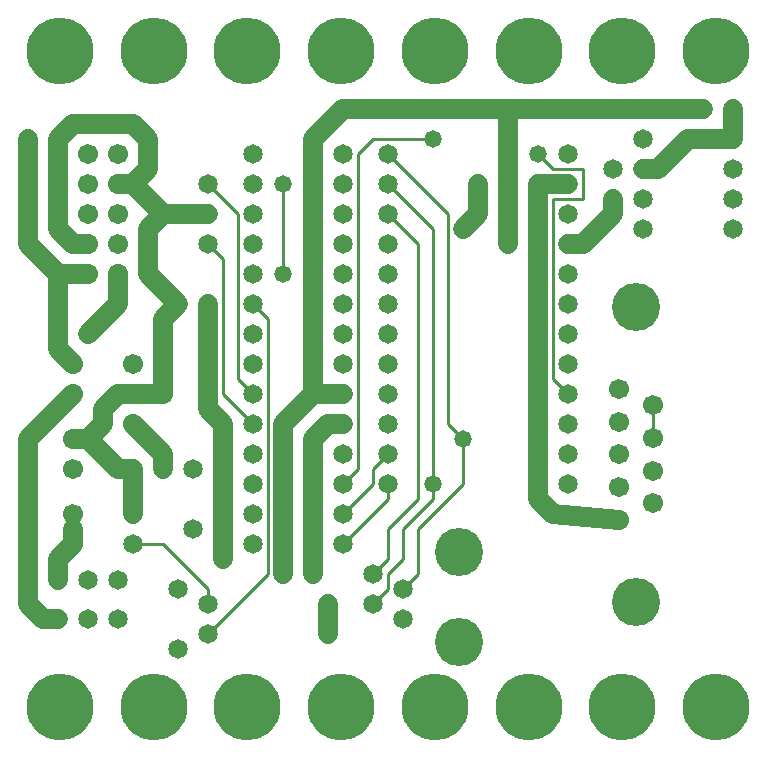
<source format=gtl>
%MOIN*%
%FSLAX25Y25*%
G04 D10 used for Character Trace; *
G04     Circle (OD=.01000) (No hole)*
G04 D11 used for Power Trace; *
G04     Circle (OD=.06500) (No hole)*
G04 D12 used for Signal Trace; *
G04     Circle (OD=.01100) (No hole)*
G04 D13 used for Via; *
G04     Circle (OD=.05800) (Round. Hole ID=.02800)*
G04 D14 used for Component hole; *
G04     Circle (OD=.06500) (Round. Hole ID=.03500)*
G04 D15 used for Component hole; *
G04     Circle (OD=.06700) (Round. Hole ID=.04300)*
G04 D16 used for Component hole; *
G04     Circle (OD=.08100) (Round. Hole ID=.05100)*
G04 D17 used for Component hole; *
G04     Circle (OD=.08900) (Round. Hole ID=.05900)*
G04 D18 used for Component hole; *
G04     Circle (OD=.11300) (Round. Hole ID=.08300)*
G04 D19 used for Component hole; *
G04     Circle (OD=.16000) (Round. Hole ID=.13000)*
G04 D20 used for Component hole; *
G04     Circle (OD=.18300) (Round. Hole ID=.15300)*
G04 D21 used for Component hole; *
G04     Circle (OD=.22291) (Round. Hole ID=.19291)*
%ADD10C,.01000*%
%ADD11C,.06500*%
%ADD12C,.01100*%
%ADD13C,.05800*%
%ADD14C,.06500*%
%ADD15C,.06700*%
%ADD16C,.08100*%
%ADD17C,.08900*%
%ADD18C,.11300*%
%ADD19C,.16000*%
%ADD20C,.18300*%
%ADD21C,.22291*%
%IPPOS*%
%LPD*%
G90*X0Y0D02*D21*X15625Y15625D03*D14*              
X35000Y45000D03*X25000D03*X15000D03*D11*X10000D01*
X5000Y50000D01*Y105000D01*X20000Y120000D01*D15*   
D03*D11*X25000Y105000D02*X30000Y110000D01*        
X35000Y95000D02*X25000Y105000D01*X35000Y95000D02* 
X40000D01*D14*D03*D11*Y80000D01*D14*D03*D12*      
X65000Y55000D02*X50000Y70000D01*X65000Y50000D02*  
Y55000D01*D14*Y50000D03*X55000Y55000D03*          
X65000Y40000D03*D12*X85000Y60000D01*Y145000D01*   
X80000Y150000D01*D14*D03*D13*X90000Y160000D03*D12*
Y190000D01*D13*D03*D14*X80000Y200000D03*          
Y180000D03*Y190000D03*D11*X100000Y120000D02*      
Y205000D01*X90000Y110000D02*X100000Y120000D01*    
X90000Y60000D02*Y110000D01*D14*Y60000D03*         
X80000Y70000D03*X100000Y60000D03*D11*Y105000D01*  
X105000Y110000D01*X110000D01*D14*D03*D11*         
X100000Y120000D02*X110000D01*D14*D03*Y130000D03*  
X125000Y110000D03*Y120000D03*Y130000D03*          
Y140000D03*X110000D03*Y100000D03*X125000D03*D12*  
X120000Y95000D01*Y90000D01*X110000Y80000D01*D14*  
D03*Y90000D03*D12*X115000Y95000D01*Y200000D01*    
X120000Y205000D01*X140000D01*D13*D03*             
X155000Y190000D03*D11*Y180000D01*                 
X150000Y175000D01*D13*D03*D12*X145000Y110000D02*  
Y180000D01*X150000Y105000D02*X145000Y110000D01*   
D13*X150000Y105000D03*D12*Y90000D01*              
X135000Y75000D01*Y60000D01*X130000Y55000D01*D14*  
D03*D12*X125000D02*Y60000D01*X120000Y50000D02*    
X125000Y55000D01*D14*X120000Y50000D03*            
X130000Y45000D03*D12*X125000Y60000D02*            
X130000Y65000D01*Y75000D01*X140000Y85000D01*      
Y90000D01*D13*D03*D12*Y175000D01*                 
X125000Y190000D01*D14*D03*Y200000D03*D12*         
X145000Y180000D01*X135000Y85000D02*Y170000D01*    
X125000Y75000D02*X135000Y85000D01*                
X125000Y65000D02*Y75000D01*X120000Y60000D02*      
X125000Y65000D01*D14*X120000Y60000D03*            
X110000Y70000D03*D12*X125000Y85000D01*Y90000D01*  
D14*D03*D19*X148500Y67500D03*D14*X105000Y50000D03*
D11*Y40000D01*D14*D03*D21*X78125Y15625D03*        
X109375D03*X140625D03*D13*X70000Y65000D03*D11*    
Y110000D01*X65000Y115000D01*Y150000D01*D14*D03*   
X55000D03*D11*X50000Y145000D01*Y120000D01*D15*D03*
D11*X35000D01*X30000Y115000D01*Y110000D01*        
X20000Y105000D02*X25000D01*D15*X20000D03*         
Y95000D03*X40000Y110000D03*D11*X50000Y100000D01*  
Y95000D01*D14*D03*X60000D03*Y75000D03*D12*        
X80000Y110000D02*X70000Y120000D01*D14*            
X80000Y110000D03*D12*X70000Y120000D02*Y165000D01* 
X65000Y170000D01*D14*D03*D12*X75000Y125000D02*    
Y180000D01*X80000Y120000D02*X75000Y125000D01*D14* 
X80000Y120000D03*Y130000D03*Y140000D03*Y100000D03*
X110000Y150000D03*X80000Y90000D03*D11*            
X55000Y150000D02*X45000Y160000D01*Y175000D01*     
X50000Y180000D01*X65000D01*D14*D03*D12*X75000D02* 
X65000Y190000D01*D14*D03*D11*X50000Y180000D02*    
X40000Y190000D01*X35000D01*D15*D03*D11*X40000D02* 
X45000Y195000D01*Y205000D01*X40000Y210000D01*     
X20000D01*X15000Y205000D01*Y175000D01*            
X20000Y170000D01*X25000D01*D15*D03*               
X35000Y160000D03*D11*Y150000D01*X25000Y140000D01* 
D13*D03*D15*X20000Y130000D03*D11*X15000Y135000D01*
Y160000D01*X25000D01*D15*D03*X35000Y170000D03*D11*
X15000Y160000D02*X5000Y170000D01*Y205000D01*D13*  
D03*D15*X25000Y190000D03*Y200000D03*Y180000D03*   
X35000D03*D21*X15625Y234375D03*D15*               
X35000Y200000D03*D21*X46875Y234375D03*D14*        
X80000Y160000D03*Y170000D03*D21*X78125Y234375D03* 
D15*X40000Y130000D03*D11*X100000Y205000D02*       
X110000Y215000D01*X165000D01*Y170000D01*D13*D03*  
D12*X180000Y125000D02*Y185000D01*                 
X185000Y120000D02*X180000Y125000D01*D14*          
X185000Y120000D03*Y130000D03*Y110000D03*D15*      
X201900Y110900D03*Y121800D03*D14*                 
X185000Y140000D03*Y100000D03*D15*X201900D03*      
X213200Y94600D03*D19*X207600Y149200D03*D15*       
X213200Y105400D03*D12*Y116300D01*D15*D03*         
X201900Y89100D03*X213200Y83700D03*D14*            
X185000Y90000D03*D11*X180000Y80000D02*            
X201900Y78200D01*D15*D03*D11*X180000Y80000D02*    
X175000Y85000D01*Y190000D01*X185000D01*D14*D03*   
D12*X180000Y185000D02*X190000D01*D14*             
X185000Y180000D03*D12*X190000Y185000D02*          
Y195000D01*D14*X200000D03*D12*X180000D02*         
X190000D01*D14*X185000Y200000D03*                 
X200000Y185000D03*D11*Y180000D01*                 
X190000Y170000D01*X185000D01*D14*D03*Y160000D03*  
Y150000D03*X210000Y195000D03*D11*X215000D01*      
X225000Y205000D01*X240000D01*D14*D03*D11*         
Y215000D01*D14*D03*X230000D03*D11*X165000D01*D13* 
X175000Y200000D03*D12*X180000Y195000D01*D14*      
X210000Y175000D03*Y185000D03*Y205000D03*D21*      
X140625Y234375D03*X203125D03*X171875D03*D12*      
X135000Y170000D02*X125000Y180000D01*D14*D03*      
Y170000D03*X110000Y190000D03*Y180000D03*          
Y170000D03*Y160000D03*X125000D03*                 
X110000Y200000D03*X125000Y150000D03*D21*          
X109375Y234375D03*D14*X80000Y80000D03*D11*        
X20000Y70000D02*Y75000D01*D15*Y70000D03*D11*      
X15000Y65000D01*Y58000D01*D14*D03*X25000D03*      
X35000D03*D15*X20000Y80000D03*D14*X40000Y70000D03*
D12*X50000D01*D14*X55000Y35000D03*D21*            
X46875Y15625D03*D19*X148500Y37500D03*D21*         
X171875Y15625D03*X203125D03*D19*X207600Y50800D03* 
D21*X234375Y15625D03*Y234375D03*D14*              
X240000Y175000D03*Y185000D03*Y195000D03*M02*      

</source>
